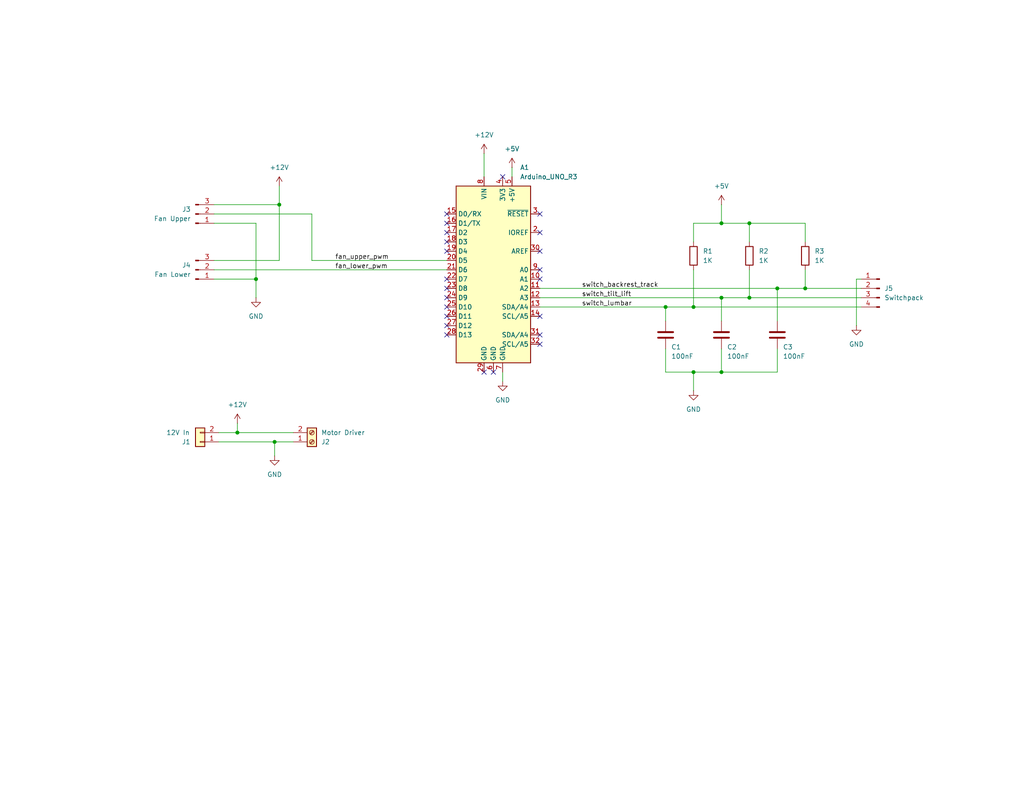
<source format=kicad_sch>
(kicad_sch (version 20231120) (generator "eeschema") (generator_version "8.0")
  (paper "USLetter")
  (title_block (date "2025-01-04") (rev "proto2"))
  (lib_symbols
    (symbol "Connector:Conn_01x03_Pin" (pin_names (offset 1.016) hide)
      (property "Reference" "J" (at 0 5.08 0))
      (property "Value" "Conn_01x03_Pin" (at 0 -5.08 0))
      (symbol "Conn_01x03_Pin_1_1"
        (polyline (pts (xy 1.27 -2.54) (xy 0.8636 -2.54)) (stroke (width 0.1524)))
        (polyline (pts (xy 1.27 0) (xy 0.8636 0)) (stroke (width 0.1524)))
        (polyline (pts (xy 1.27 2.54) (xy 0.8636 2.54)) (stroke (width 0.1524)))
        (rectangle (start 0.8636 -2.413) (end 0 -2.667) (stroke (width 0.1524)) (fill (type outline)))
        (rectangle (start 0.8636 0.127) (end 0 -0.127) (stroke (width 0.1524)) (fill (type outline)))
        (rectangle (start 0.8636 2.667) (end 0 2.413) (stroke (width 0.1524)) (fill (type outline)))
        (pin passive line (at 5.08 2.54 180) (length 3.81) (name "Pin_1") (number "1"))
        (pin passive line (at 5.08 0 180) (length 3.81) (name "Pin_2") (number "2"))
        (pin passive line (at 5.08 -2.54 180) (length 3.81) (name "Pin_3") (number "3"))
      )
    )
    (symbol "Connector:Conn_01x04_Pin" (pin_names (offset 1.016) hide)
      (property "Reference" "J" (at 0 5.08 0))
      (property "Value" "Conn_01x04_Pin" (at 0 -7.62 0))
      (symbol "Conn_01x04_Pin_1_1"
        (polyline (pts (xy 1.27 -5.08) (xy 0.8636 -5.08)) (stroke (width 0.1524)))
        (polyline (pts (xy 1.27 -2.54) (xy 0.8636 -2.54)) (stroke (width 0.1524)))
        (polyline (pts (xy 1.27 0) (xy 0.8636 0)) (stroke (width 0.1524)))
        (polyline (pts (xy 1.27 2.54) (xy 0.8636 2.54)) (stroke (width 0.1524)))
        (rectangle (start 0.8636 -4.953) (end 0 -5.207) (stroke (width 0.1524)) (fill (type outline)))
        (rectangle (start 0.8636 -2.413) (end 0 -2.667) (stroke (width 0.1524)) (fill (type outline)))
        (rectangle (start 0.8636 0.127) (end 0 -0.127) (stroke (width 0.1524)) (fill (type outline)))
        (rectangle (start 0.8636 2.667) (end 0 2.413) (stroke (width 0.1524)) (fill (type outline)))
        (pin passive line (at 5.08 2.54 180) (length 3.81) (name "Pin_1") (number "1"))
        (pin passive line (at 5.08 0 180) (length 3.81) (name "Pin_2") (number "2"))
        (pin passive line (at 5.08 -2.54 180) (length 3.81) (name "Pin_3") (number "3"))
        (pin passive line (at 5.08 -5.08 180) (length 3.81) (name "Pin_4") (number "4"))
      )
    )
    (symbol "Connector:Screw_Terminal_01x02" (pin_names (offset 1.016) hide)
      (property "Reference" "J" (at 0 2.54 0))
      (property "Value" "Screw_Terminal_01x02" (at 0 -5.08 0))
      (symbol "Screw_Terminal_01x02_1_1"
        (rectangle (start -1.27 1.27) (end 1.27 -3.81) (stroke (width 0.254)) (fill (type background)))
        (circle (center 0 -2.54) (radius 0.635) (stroke (width 0.1524)))
        (polyline (pts (xy -0.5334 -2.2098) (xy 0.3302 -3.048)) (stroke (width 0.1524)))
        (polyline (pts (xy -0.5334 0.3302) (xy 0.3302 -0.508)) (stroke (width 0.1524)))
        (polyline (pts (xy -0.3556 -2.032) (xy 0.508 -2.8702)) (stroke (width 0.1524)))
        (polyline (pts (xy -0.3556 0.508) (xy 0.508 -0.3302)) (stroke (width 0.1524)))
        (circle (center 0 0) (radius 0.635) (stroke (width 0.1524)))
        (pin passive line (at -5.08 0 0) (length 3.81) (name "Pin_1") (number "1"))
        (pin passive line (at -5.08 -2.54 0) (length 3.81) (name "Pin_2") (number "2"))
      )
    )
    (symbol "Connector_Generic:Conn_01x02" (pin_names (offset 1.016) hide)
      (property "Reference" "J1" (at 3.81 0 0))
      (property "Value" "12V Input" (at 2.794 -2.54 0))
      (symbol "Conn_01x02_1_1"
        (rectangle (start -1.27 -2.413) (end 0 -2.667) (stroke (width 0.1524)))
        (rectangle (start -1.27 0.127) (end 0 -0.127) (stroke (width 0.1524)))
        (rectangle (start -1.27 1.27) (end 1.27 -3.81) (stroke (width 0.254)) (fill (type background)))
        (pin power_out line (at -5.08 0 0) (length 3.81) (name "Pin_1") (number "1"))
        (pin power_out line (at -5.08 -2.54 0) (length 3.81) (name "Pin_2") (number "2"))
      )
    )
    (symbol "Device:C" (pin_numbers hide) (pin_names (offset 0.254))
      (property "Reference" "C" (at 0.635 2.54 0))
      (property "Value" "C" (at 0.635 -2.54 0))
      (symbol "C_0_1"
        (polyline (pts (xy -2.032 -0.762) (xy 2.032 -0.762)) (stroke (width 0.508)))
        (polyline (pts (xy -2.032 0.762) (xy 2.032 0.762)) (stroke (width 0.508)))
      )
      (symbol "C_1_1"
        (pin passive line (at 0 3.81 270) (length 2.794) (name "~") (number "1"))
        (pin passive line (at 0 -3.81 90) (length 2.794) (name "~") (number "2"))
      )
    )
    (symbol "Device:R" (pin_numbers hide) (pin_names (offset 0))
      (property "Reference" "R" (at 2.032 0 90))
      (property "Value" "R" (at 0 0 90))
      (symbol "R_0_1"
        (rectangle (start -1.016 -2.54) (end 1.016 2.54) (stroke (width 0.254)))
      )
      (symbol "R_1_1"
        (pin passive line (at 0 3.81 270) (length 1.27) (name "~") (number "1"))
        (pin passive line (at 0 -3.81 90) (length 1.27) (name "~") (number "2"))
      )
    )
    (symbol "MCU_Module:Arduino_UNO_R3"
      (property "Reference" "A" (at -10.16 23.495 0))
      (property "Value" "Arduino_UNO_R3" (at 5.08 -26.67 0))
      (symbol "Arduino_UNO_R3_0_1"
        (rectangle (start -10.16 22.86) (end 10.16 -25.4) (stroke (width 0.254)) (fill (type background)))
      )
      (symbol "Arduino_UNO_R3_1_1"
        (pin no_connect line (at -10.16 -20.32 0) (length 2.54) hide (name "NC") (number "1"))
        (pin bidirectional line (at 12.7 -2.54 180) (length 2.54) (name "A1") (number "10"))
        (pin bidirectional line (at 12.7 -5.08 180) (length 2.54) (name "A2") (number "11"))
        (pin bidirectional line (at 12.7 -7.62 180) (length 2.54) (name "A3") (number "12"))
        (pin bidirectional line (at 12.7 -10.16 180) (length 2.54) (name "SDA/A4") (number "13"))
        (pin bidirectional line (at 12.7 -12.7 180) (length 2.54) (name "SCL/A5") (number "14"))
        (pin bidirectional line (at -12.7 15.24 0) (length 2.54) (name "D0/RX") (number "15"))
        (pin bidirectional line (at -12.7 12.7 0) (length 2.54) (name "D1/TX") (number "16"))
        (pin bidirectional line (at -12.7 10.16 0) (length 2.54) (name "D2") (number "17"))
        (pin bidirectional line (at -12.7 7.62 0) (length 2.54) (name "D3") (number "18"))
        (pin bidirectional line (at -12.7 5.08 0) (length 2.54) (name "D4") (number "19"))
        (pin output line (at 12.7 10.16 180) (length 2.54) (name "IOREF") (number "2"))
        (pin bidirectional line (at -12.7 2.54 0) (length 2.54) (name "D5") (number "20"))
        (pin bidirectional line (at -12.7 0 0) (length 2.54) (name "D6") (number "21"))
        (pin bidirectional line (at -12.7 -2.54 0) (length 2.54) (name "D7") (number "22"))
        (pin bidirectional line (at -12.7 -5.08 0) (length 2.54) (name "D8") (number "23"))
        (pin bidirectional line (at -12.7 -7.62 0) (length 2.54) (name "D9") (number "24"))
        (pin bidirectional line (at -12.7 -10.16 0) (length 2.54) (name "D10") (number "25"))
        (pin bidirectional line (at -12.7 -12.7 0) (length 2.54) (name "D11") (number "26"))
        (pin bidirectional line (at -12.7 -15.24 0) (length 2.54) (name "D12") (number "27"))
        (pin bidirectional line (at -12.7 -17.78 0) (length 2.54) (name "D13") (number "28"))
        (pin power_in line (at -2.54 -27.94 90) (length 2.54) (name "GND") (number "29"))
        (pin input line (at 12.7 15.24 180) (length 2.54) (name "~{RESET}") (number "3"))
        (pin input line (at 12.7 5.08 180) (length 2.54) (name "AREF") (number "30"))
        (pin bidirectional line (at 12.7 -17.78 180) (length 2.54) (name "SDA/A4") (number "31"))
        (pin bidirectional line (at 12.7 -20.32 180) (length 2.54) (name "SCL/A5") (number "32"))
        (pin power_out line (at 2.54 25.4 270) (length 2.54) (name "3V3") (number "4"))
        (pin power_out line (at 5.08 25.4 270) (length 2.54) (name "+5V") (number "5"))
        (pin power_in line (at 0 -27.94 90) (length 2.54) (name "GND") (number "6"))
        (pin power_in line (at 2.54 -27.94 90) (length 2.54) (name "GND") (number "7"))
        (pin power_in line (at -2.54 25.4 270) (length 2.54) (name "VIN") (number "8"))
        (pin bidirectional line (at 12.7 0 180) (length 2.54) (name "A0") (number "9"))
      )
    )
    (symbol "power:+12V" (power) (pin_numbers hide) (pin_names (offset 0) hide)
      (property "Value" "+12V" (at 0 3.556 0))
      (symbol "+12V_0_1"
        (polyline (pts (xy -0.762 1.27) (xy 0 2.54)))
        (polyline (pts (xy 0 0) (xy 0 2.54)))
        (polyline (pts (xy 0 2.54) (xy 0.762 1.27)))
      )
      (symbol "+12V_1_1"
        (pin power_in line (at 0 0 90) (length 0) (name "~") (number "1"))
      )
    )
    (symbol "power:+5V" (power) (pin_numbers hide) (pin_names (offset 0) hide)
      (property "Value" "+5V" (at 0 3.556 0))
      (symbol "+5V_0_1"
        (polyline (pts (xy -0.762 1.27) (xy 0 2.54)))
        (polyline (pts (xy 0 0) (xy 0 2.54)))
        (polyline (pts (xy 0 2.54) (xy 0.762 1.27)))
      )
      (symbol "+5V_1_1"
        (pin power_in line (at 0 0 90) (length 0) (name "~") (number "1"))
      )
    )
    (symbol "power:GND" (power) (pin_numbers hide) (pin_names (offset 0) hide)
      (property "Value" "GND" (at 0 -3.81 0))
      (symbol "GND_0_1"
        (polyline (pts (xy 0 0) (xy 0 -1.27) (xy 1.27 -1.27) (xy 0 -2.54) (xy -1.27 -1.27) (xy 0 -1.27)))
      )
      (symbol "GND_1_1"
        (pin power_in line (at 0 0 270) (length 0) (name "~") (number "1"))
      )
    )
  )
  (junction (at 69.85 76.2))
  (junction (at 219.71 78.74))
  (junction (at 181.61 83.82))
  (junction (at 196.85 60.96))
  (junction (at 189.23 83.82))
  (junction (at 204.47 81.28))
  (junction (at 76.2 55.88))
  (junction (at 212.09 78.74))
  (junction (at 204.47 60.96))
  (junction (at 196.85 81.28))
  (junction (at 74.93 120.65))
  (junction (at 64.77 118.11))
  (junction (at 196.85 101.6))
  (junction (at 189.23 101.6))
  (no_connect (at 132.08 101.6))
  (no_connect (at 147.32 76.2))
  (no_connect (at 121.92 60.96))
  (no_connect (at 134.62 101.6))
  (no_connect (at 147.32 58.42))
  (no_connect (at 147.32 91.44))
  (no_connect (at 121.92 58.42))
  (no_connect (at 137.16 48.26))
  (no_connect (at 121.92 88.9))
  (no_connect (at 147.32 68.58))
  (no_connect (at 121.92 83.82))
  (no_connect (at 121.92 78.74))
  (no_connect (at 147.32 73.66))
  (no_connect (at 121.92 91.44))
  (no_connect (at 147.32 93.98))
  (no_connect (at 147.32 63.5))
  (no_connect (at 121.92 76.2))
  (no_connect (at 147.32 86.36))
  (no_connect (at 121.92 86.36))
  (no_connect (at 121.92 66.04))
  (no_connect (at 121.92 63.5))
  (no_connect (at 121.92 81.28))
  (no_connect (at 121.92 68.58))
  (wire (pts (xy 64.77 118.11) (xy 80.01 118.11)))
  (wire (pts (xy 189.23 101.6) (xy 189.23 106.68)))
  (wire (pts (xy 74.93 120.65) (xy 74.93 124.46)))
  (wire (pts (xy 233.68 76.2) (xy 233.68 88.9)))
  (wire (pts (xy 147.32 81.28) (xy 196.85 81.28)))
  (wire (pts (xy 196.85 55.88) (xy 196.85 60.96)))
  (wire (pts (xy 58.42 76.2) (xy 69.85 76.2)))
  (wire (pts (xy 212.09 101.6) (xy 212.09 95.25)))
  (wire (pts (xy 69.85 76.2) (xy 69.85 81.28)))
  (wire (pts (xy 196.85 101.6) (xy 196.85 95.25)))
  (wire (pts (xy 219.71 73.66) (xy 219.71 78.74)))
  (wire (pts (xy 58.42 58.42) (xy 85.09 58.42)))
  (wire (pts (xy 196.85 101.6) (xy 212.09 101.6)))
  (wire (pts (xy 234.95 76.2) (xy 233.68 76.2)))
  (wire (pts (xy 58.42 60.96) (xy 69.85 60.96)))
  (wire (pts (xy 181.61 101.6) (xy 189.23 101.6)))
  (wire (pts (xy 58.42 55.88) (xy 76.2 55.88)))
  (wire (pts (xy 76.2 55.88) (xy 76.2 71.12)))
  (wire (pts (xy 196.85 81.28) (xy 204.47 81.28)))
  (wire (pts (xy 212.09 78.74) (xy 219.71 78.74)))
  (wire (pts (xy 189.23 73.66) (xy 189.23 83.82)))
  (wire (pts (xy 64.77 115.57) (xy 64.77 118.11)))
  (wire (pts (xy 74.93 120.65) (xy 80.01 120.65)))
  (wire (pts (xy 137.16 101.6) (xy 137.16 104.14)))
  (wire (pts (xy 204.47 73.66) (xy 204.47 81.28)))
  (wire (pts (xy 58.42 71.12) (xy 76.2 71.12)))
  (wire (pts (xy 58.42 73.66) (xy 121.92 73.66)))
  (wire (pts (xy 219.71 78.74) (xy 234.95 78.74)))
  (wire (pts (xy 219.71 60.96) (xy 219.71 66.04)))
  (wire (pts (xy 85.09 58.42) (xy 85.09 71.12)))
  (wire (pts (xy 59.69 118.11) (xy 64.77 118.11)))
  (wire (pts (xy 196.85 60.96) (xy 204.47 60.96)))
  (wire (pts (xy 189.23 60.96) (xy 196.85 60.96)))
  (wire (pts (xy 204.47 81.28) (xy 234.95 81.28)))
  (wire (pts (xy 196.85 81.28) (xy 196.85 87.63)))
  (wire (pts (xy 69.85 60.96) (xy 69.85 76.2)))
  (wire (pts (xy 147.32 78.74) (xy 212.09 78.74)))
  (wire (pts (xy 147.32 83.82) (xy 181.61 83.82)))
  (wire (pts (xy 189.23 83.82) (xy 234.95 83.82)))
  (wire (pts (xy 189.23 101.6) (xy 196.85 101.6)))
  (wire (pts (xy 204.47 60.96) (xy 219.71 60.96)))
  (wire (pts (xy 181.61 95.25) (xy 181.61 101.6)))
  (wire (pts (xy 139.7 45.72) (xy 139.7 48.26)))
  (wire (pts (xy 189.23 66.04) (xy 189.23 60.96)))
  (wire (pts (xy 181.61 83.82) (xy 189.23 83.82)))
  (wire (pts (xy 85.09 71.12) (xy 121.92 71.12)))
  (wire (pts (xy 212.09 78.74) (xy 212.09 87.63)))
  (wire (pts (xy 59.69 120.65) (xy 74.93 120.65)))
  (wire (pts (xy 204.47 60.96) (xy 204.47 66.04)))
  (wire (pts (xy 76.2 50.8) (xy 76.2 55.88)))
  (wire (pts (xy 132.08 41.91) (xy 132.08 48.26)))
  (wire (pts (xy 181.61 83.82) (xy 181.61 87.63)))
  (label "switch_lumbar" (at 158.75 83.82 0))
  (label "fan_upper_pwm" (at 91.44 71.12 0))
  (label "fan_lower_pwm" (at 91.44 73.66 0))
  (label "switch_tilt_lift" (at 158.75 81.28 0))
  (label "switch_backrest_track" (at 158.75 78.74 0))
  (symbol (lib_id "power:+12V") (at 64.77 115.57 0) (unit 1)
    (property "Reference" "#PWR05" (effects (hide yes)))
    (property "Value" "+12V" (at 64.77 110.49 0))
    (property "Description" "Power symbol creates a global label with name \"+12V\"" (effects (hide yes)))
  )
  (symbol (lib_id "Device:C") (at 181.61 91.44 0) (unit 1)
    (property "Reference" "C1" (at 183.134 94.742 0) (effects (justify left)))
    (property "Value" "100nF" (at 183.134 97.282 0) (effects (justify left)))
    (property "Footprint" "Capacitor_SMD:C_0805_2012Metric_Pad1.18x1.45mm_HandSolder" (effects (hide yes)))
    (property "Description" "Unpolarized capacitor" (effects (hide yes)))
  )
  (symbol (lib_id "MCU_Module:Arduino_UNO_R3") (at 134.62 73.66 0) (unit 1)
    (property "Reference" "A1" (at 141.8941 45.72 0) (effects (justify left)))
    (property "Value" "Arduino_UNO_R3" (at 141.8941 48.26 0) (effects (justify left)))
    (property "Footprint" "Module:Arduino_UNO_R3" (effects (hide yes)))
    (property "Datasheet" "https://www.arduino.cc/en/Main/arduinoBoardUno" (effects (hide yes)))
    (property "Description" "Arduino UNO Microcontroller Module, release 3" (effects (hide yes)))
  )
  (symbol (lib_id "Device:R") (at 189.23 69.85 0) (unit 1)
    (property "Reference" "R1" (at 191.77 68.5799 0) (effects (justify left)))
    (property "Value" "1K" (at 191.77 71.1199 0) (effects (justify left)))
    (property "Footprint" "Resistor_SMD:R_0805_2012Metric_Pad1.20x1.40mm_HandSolder" (effects (hide yes)))
    (property "Description" "Resistor" (effects (hide yes)))
  )
  (symbol (lib_id "power:+12V") (at 132.08 41.91 0) (unit 1)
    (property "Reference" "#PWR03" (effects (hide yes)))
    (property "Value" "+12V" (at 132.08 36.83 0))
    (property "Description" "Power symbol creates a global label with name \"+12V\"" (effects (hide yes)))
  )
  (symbol (lib_id "power:GND") (at 74.93 124.46 0) (unit 1)
    (property "Reference" "#PWR04" (effects (hide yes)))
    (property "Value" "GND" (at 74.93 129.54 0))
    (property "Description" "Power symbol creates a global label with name \"GND\" , ground" (effects (hide yes)))
  )
  (symbol (lib_id "power:GND") (at 137.16 104.14 0) (mirror y) (unit 1)
    (property "Reference" "#PWR01" (effects (hide yes)))
    (property "Value" "GND" (at 137.16 109.22 0))
    (property "Description" "Power symbol creates a global label with name \"GND\" , ground" (effects (hide yes)))
  )
  (symbol (lib_id "power:+12V") (at 76.2 50.8 0) (unit 1)
    (property "Reference" "#PWR09" (effects (hide yes)))
    (property "Value" "+12V" (at 76.2 45.72 0))
    (property "Description" "Power symbol creates a global label with name \"+12V\"" (effects (hide yes)))
  )
  (symbol (lib_id "Device:R") (at 204.47 69.85 0) (unit 1)
    (property "Reference" "R2" (at 207.01 68.5799 0) (effects (justify left)))
    (property "Value" "1K" (at 207.01 71.1199 0) (effects (justify left)))
    (property "Footprint" "Resistor_SMD:R_0805_2012Metric_Pad1.20x1.40mm_HandSolder" (effects (hide yes)))
    (property "Description" "Resistor" (effects (hide yes)))
  )
  (symbol (lib_id "Device:C") (at 212.09 91.44 0) (unit 1)
    (property "Reference" "C3" (at 213.614 94.742 0) (effects (justify left)))
    (property "Value" "100nF" (at 213.614 97.282 0) (effects (justify left)))
    (property "Footprint" "Capacitor_SMD:C_0805_2012Metric_Pad1.18x1.45mm_HandSolder" (effects (hide yes)))
    (property "Description" "Unpolarized capacitor" (effects (hide yes)))
  )
  (symbol (lib_id "Connector:Conn_01x04_Pin") (at 240.03 78.74 0) (mirror y) (unit 1)
    (property "Reference" "J5" (at 241.3 78.7399 0) (effects (justify right)))
    (property "Value" "Switchpack" (at 241.3 81.2799 0) (effects (justify right)))
    (property "Footprint" "Connector_PinHeader_2.54mm:PinHeader_1x04_P2.54mm_Vertical" (effects (hide yes)))
    (property "Description" "Generic connector, single row, 01x04, script generated" (effects (hide yes)))
  )
  (symbol (lib_id "Device:C") (at 196.85 91.44 0) (unit 1)
    (property "Reference" "C2" (at 198.374 94.742 0) (effects (justify left)))
    (property "Value" "100nF" (at 198.374 97.282 0) (effects (justify left)))
    (property "Footprint" "Capacitor_SMD:C_0805_2012Metric_Pad1.18x1.45mm_HandSolder" (effects (hide yes)))
    (property "Description" "Unpolarized capacitor" (effects (hide yes)))
  )
  (symbol (lib_id "power:GND") (at 69.85 81.28 0) (unit 1)
    (property "Reference" "#PWR010" (effects (hide yes)))
    (property "Value" "GND" (at 69.85 86.36 0))
    (property "Description" "Power symbol creates a global label with name \"GND\" , ground" (effects (hide yes)))
  )
  (symbol (lib_id "power:GND") (at 233.68 88.9 0) (unit 1)
    (property "Reference" "#PWR06" (effects (hide yes)))
    (property "Value" "GND" (at 233.68 93.98 0))
    (property "Description" "Power symbol creates a global label with name \"GND\" , ground" (effects (hide yes)))
  )
  (symbol (lib_id "Connector_Generic:Conn_01x02") (at 54.61 120.65 180) (unit 1)
    (property "Reference" "J1" (at 50.8 120.65 0))
    (property "Value" "12V In" (at 51.816 118.11 0) (effects (justify left)))
    (property "Footprint" "Connector_AMASS:AMASS_XT30PW-M_1x02_P2.50mm_Horizontal" (effects (hide yes)))
    (property "Description" "Generic connector, single row, 01x02, script generated (kicad-library-utils/schlib/autogen/connector/)" (effects (hide yes)))
  )
  (symbol (lib_id "Connector:Conn_01x03_Pin") (at 53.34 73.66 0) (mirror x) (unit 1)
    (property "Reference" "J4" (at 52.07 72.3899 0) (effects (justify right)))
    (property "Value" "Fan Lower" (at 52.07 74.9299 0) (effects (justify right)))
    (property "Footprint" "Connector_PinHeader_2.54mm:PinHeader_1x03_P2.54mm_Vertical" (effects (hide yes)))
    (property "Description" "Generic connector, single row, 01x03, script generated" (effects (hide yes)))
  )
  (symbol (lib_id "Connector:Conn_01x03_Pin") (at 53.34 58.42 0) (mirror x) (unit 1)
    (property "Reference" "J3" (at 52.07 57.1499 0) (effects (justify right)))
    (property "Value" "Fan Upper" (at 52.07 59.6899 0) (effects (justify right)))
    (property "Footprint" "Connector_PinHeader_2.54mm:PinHeader_1x03_P2.54mm_Vertical" (effects (hide yes)))
    (property "Description" "Generic connector, single row, 01x03, script generated" (effects (hide yes)))
  )
  (symbol (lib_id "power:+5V") (at 139.7 45.72 0) (unit 1)
    (property "Reference" "#PWR02" (effects (hide yes)))
    (property "Value" "+5V" (at 139.7 40.64 0))
    (property "Description" "Power symbol creates a global label with name \"+5V\"" (effects (hide yes)))
  )
  (symbol (lib_id "power:+5V") (at 196.85 55.88 0) (unit 1)
    (property "Reference" "#PWR08" (effects (hide yes)))
    (property "Value" "+5V" (at 196.85 50.8 0))
    (property "Description" "Power symbol creates a global label with name \"+5V\"" (effects (hide yes)))
  )
  (symbol (lib_id "Device:R") (at 219.71 69.85 0) (unit 1)
    (property "Reference" "R3" (at 222.25 68.5799 0) (effects (justify left)))
    (property "Value" "1K" (at 222.25 71.1199 0) (effects (justify left)))
    (property "Footprint" "Resistor_SMD:R_0805_2012Metric_Pad1.20x1.40mm_HandSolder" (effects (hide yes)))
    (property "Description" "Resistor" (effects (hide yes)))
  )
  (symbol (lib_id "power:GND") (at 189.23 106.68 0) (unit 1)
    (property "Reference" "#PWR07" (effects (hide yes)))
    (property "Value" "GND" (at 189.23 111.76 0))
    (property "Description" "Power symbol creates a global label with name \"GND\" , ground" (effects (hide yes)))
  )
  (symbol (lib_id "Connector:Screw_Terminal_01x02") (at 85.09 120.65 0) (mirror x) (unit 1)
    (property "Reference" "J2" (at 87.63 120.6501 0) (effects (justify left)))
    (property "Value" "Motor Driver" (at 87.63 118.1101 0) (effects (justify left)))
    (property "Footprint" "TerminalBlock:TerminalBlock_bornier-2_P5.08mm" (effects (hide yes)))
    (property "Description" "Generic screw terminal, single row, 01x02, script generated (kicad-library-utils/schlib/autogen/connector/)" (effects (hide yes)))
  )
)
</source>
